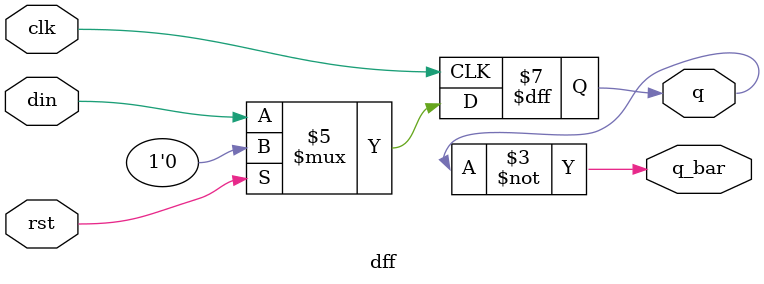
<source format=v>
module dff(
    input clk,rst,din,
    output reg q,q_bar
);

always@(posedge clk) begin
    if(rst) q <= 1'b0;
    else      q <= din;
end
always@(q) q_bar = ~q;
endmodule
</source>
